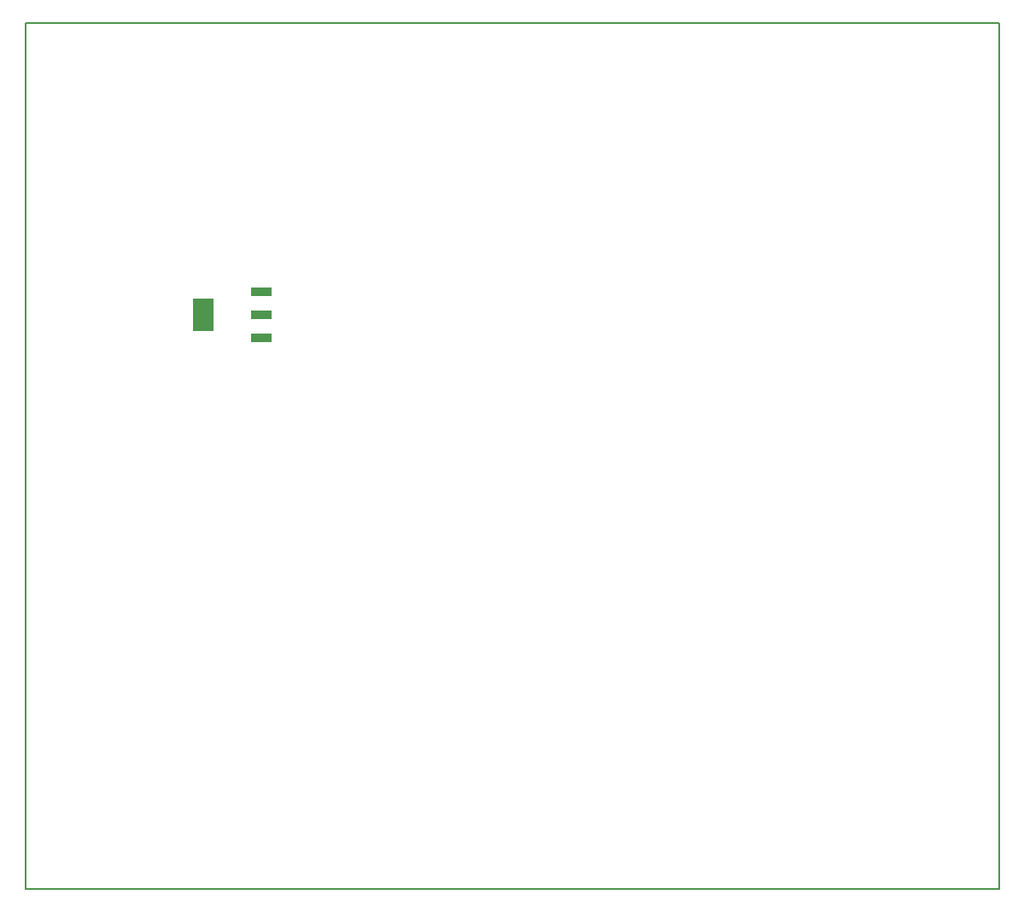
<source format=gbr>
G04 PROTEUS RS274X GERBER FILE*
%FSLAX45Y45*%
%MOMM*%
G01*
%ADD70R,2.159000X0.939800*%
%ADD71R,2.159000X3.251200*%
%ADD17C,0.203200*%
D70*
X-7358000Y+5523000D03*
X-7358000Y+5753000D03*
X-7358000Y+5983000D03*
D71*
X-7938000Y+5753000D03*
D17*
X-9700000Y+50000D02*
X-50000Y+50000D01*
X-50000Y+8650000D01*
X-9700000Y+8650000D01*
X-9700000Y+50000D01*
M02*

</source>
